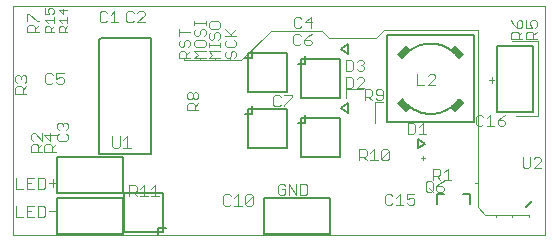
<source format=gto>
G75*
%MOIN*%
%OFA0B0*%
%FSLAX25Y25*%
%IPPOS*%
%LPD*%
%AMOC8*
5,1,8,0,0,1.08239X$1,22.5*
%
%ADD10C,0.00000*%
%ADD11C,0.00394*%
%ADD12C,0.00300*%
%ADD13C,0.00500*%
%ADD14C,0.00600*%
%ADD15C,0.00800*%
%ADD16R,0.04331X0.02264*%
D10*
X0002291Y0002097D02*
X0002291Y0078534D01*
X0179516Y0078534D01*
X0179516Y0002097D01*
X0002291Y0002097D01*
D11*
X0113315Y0047688D02*
X0113315Y0050759D01*
X0118984Y0050759D01*
X0122764Y0046507D02*
X0122764Y0039420D01*
X0122764Y0046507D02*
X0125362Y0046507D01*
X0157252Y0062806D02*
X0157252Y0070365D01*
X0125835Y0070365D01*
X0123236Y0067767D01*
X0107646Y0067767D01*
X0105283Y0070129D01*
X0088039Y0070129D01*
X0078354Y0060444D01*
X0074575Y0060444D01*
X0074575Y0061152D01*
X0074575Y0060444D02*
X0069378Y0060444D01*
X0069378Y0061152D01*
X0069378Y0060444D02*
X0064417Y0060444D01*
X0064417Y0061152D01*
X0064417Y0060444D02*
X0059220Y0060444D01*
X0059220Y0061152D01*
X0138118Y0027845D02*
X0139535Y0027845D01*
X0138827Y0028554D02*
X0138827Y0027137D01*
X0157252Y0025011D02*
X0157252Y0021704D01*
X0157252Y0019578D01*
X0156307Y0019578D01*
X0157252Y0019578D02*
X0157252Y0011310D01*
X0159614Y0008948D01*
X0163157Y0008948D01*
X0163157Y0008239D01*
X0163157Y0008948D02*
X0168591Y0008948D01*
X0168591Y0008475D01*
X0168591Y0008239D01*
X0168591Y0008948D02*
X0174260Y0008948D01*
X0174260Y0008239D01*
X0157252Y0025011D02*
X0157252Y0062806D01*
X0168591Y0066822D02*
X0177331Y0066822D01*
X0177331Y0041782D01*
X0169772Y0041782D01*
X0161740Y0052885D02*
X0161740Y0054774D01*
X0160795Y0053830D02*
X0162685Y0053830D01*
D12*
X0142979Y0054614D02*
X0142979Y0055231D01*
X0142362Y0055848D01*
X0141127Y0055848D01*
X0140510Y0055231D01*
X0142979Y0054614D02*
X0140510Y0052145D01*
X0142979Y0052145D01*
X0139296Y0052145D02*
X0136827Y0052145D01*
X0136827Y0055848D01*
X0125542Y0050117D02*
X0124925Y0050734D01*
X0123690Y0050734D01*
X0123073Y0050117D01*
X0123073Y0049499D01*
X0123690Y0048882D01*
X0125542Y0048882D01*
X0125542Y0047648D02*
X0125542Y0050117D01*
X0121859Y0050117D02*
X0121859Y0048882D01*
X0121242Y0048265D01*
X0119390Y0048265D01*
X0119390Y0047031D02*
X0119390Y0050734D01*
X0121242Y0050734D01*
X0121859Y0050117D01*
X0120625Y0048265D02*
X0121859Y0047031D01*
X0123073Y0047648D02*
X0123690Y0047031D01*
X0124925Y0047031D01*
X0125542Y0047648D01*
X0119263Y0051106D02*
X0116794Y0051106D01*
X0119263Y0053574D01*
X0119263Y0054191D01*
X0118645Y0054809D01*
X0117411Y0054809D01*
X0116794Y0054191D01*
X0115579Y0054191D02*
X0114962Y0054809D01*
X0113111Y0054809D01*
X0113111Y0051106D01*
X0114962Y0051106D01*
X0115579Y0051723D01*
X0115579Y0054191D01*
X0114962Y0056854D02*
X0113111Y0056854D01*
X0113111Y0060557D01*
X0114962Y0060557D01*
X0115579Y0059940D01*
X0115579Y0057471D01*
X0114962Y0056854D01*
X0116794Y0057471D02*
X0117411Y0056854D01*
X0118645Y0056854D01*
X0119263Y0057471D01*
X0119263Y0058088D01*
X0118645Y0058705D01*
X0118028Y0058705D01*
X0118645Y0058705D02*
X0119263Y0059322D01*
X0119263Y0059940D01*
X0118645Y0060557D01*
X0117411Y0060557D01*
X0116794Y0059940D01*
X0101818Y0066010D02*
X0101818Y0066627D01*
X0101200Y0067244D01*
X0099349Y0067244D01*
X0099349Y0066010D01*
X0099966Y0065393D01*
X0101200Y0065393D01*
X0101818Y0066010D01*
X0100583Y0068479D02*
X0099349Y0067244D01*
X0098134Y0068479D02*
X0097517Y0069096D01*
X0096283Y0069096D01*
X0095666Y0068479D01*
X0095666Y0066010D01*
X0096283Y0065393D01*
X0097517Y0065393D01*
X0098134Y0066010D01*
X0100583Y0068479D02*
X0101818Y0069096D01*
X0101377Y0071161D02*
X0101377Y0074864D01*
X0099526Y0073012D01*
X0101995Y0073012D01*
X0098312Y0071778D02*
X0097694Y0071161D01*
X0096460Y0071161D01*
X0095843Y0071778D01*
X0095843Y0074247D01*
X0096460Y0074864D01*
X0097694Y0074864D01*
X0098312Y0074247D01*
X0076551Y0070901D02*
X0074699Y0069050D01*
X0075316Y0068432D02*
X0072848Y0070901D01*
X0071118Y0071505D02*
X0071118Y0072739D01*
X0070501Y0073357D01*
X0068032Y0073357D01*
X0067415Y0072739D01*
X0067415Y0071505D01*
X0068032Y0070888D01*
X0070501Y0070888D01*
X0071118Y0071505D01*
X0070501Y0069673D02*
X0071118Y0069056D01*
X0071118Y0067822D01*
X0070501Y0067205D01*
X0069266Y0067822D02*
X0069266Y0069056D01*
X0069883Y0069673D01*
X0070501Y0069673D01*
X0068032Y0069673D02*
X0067415Y0069056D01*
X0067415Y0067822D01*
X0068032Y0067205D01*
X0068649Y0067205D01*
X0069266Y0067822D01*
X0067415Y0065984D02*
X0067415Y0064749D01*
X0067415Y0065366D02*
X0071118Y0065366D01*
X0071118Y0064749D02*
X0071118Y0065984D01*
X0072848Y0066601D02*
X0072848Y0065366D01*
X0073465Y0064749D01*
X0075934Y0064749D01*
X0076551Y0065366D01*
X0076551Y0066601D01*
X0075934Y0067218D01*
X0076551Y0068432D02*
X0072848Y0068432D01*
X0073465Y0067218D02*
X0072848Y0066601D01*
X0073465Y0063535D02*
X0072848Y0062918D01*
X0072848Y0061683D01*
X0073465Y0061066D01*
X0074082Y0061066D01*
X0074699Y0061683D01*
X0074699Y0062918D01*
X0075316Y0063535D01*
X0075934Y0063535D01*
X0076551Y0062918D01*
X0076551Y0061683D01*
X0075934Y0061066D01*
X0071118Y0061066D02*
X0067415Y0061066D01*
X0068649Y0062301D01*
X0067415Y0063535D01*
X0071118Y0063535D01*
X0066393Y0063535D02*
X0062690Y0063535D01*
X0063925Y0062301D01*
X0062690Y0061066D01*
X0066393Y0061066D01*
X0061196Y0061066D02*
X0057493Y0061066D01*
X0057493Y0062918D01*
X0058110Y0063535D01*
X0059345Y0063535D01*
X0059962Y0062918D01*
X0059962Y0061066D01*
X0059962Y0062301D02*
X0061196Y0063535D01*
X0060579Y0064749D02*
X0061196Y0065366D01*
X0061196Y0066601D01*
X0060579Y0067218D01*
X0059962Y0067218D01*
X0059345Y0066601D01*
X0059345Y0065366D01*
X0058728Y0064749D01*
X0058110Y0064749D01*
X0057493Y0065366D01*
X0057493Y0066601D01*
X0058110Y0067218D01*
X0057493Y0068432D02*
X0057493Y0070901D01*
X0057493Y0069667D02*
X0061196Y0069667D01*
X0062690Y0070284D02*
X0062690Y0069050D01*
X0063307Y0068432D01*
X0063925Y0068432D01*
X0064542Y0069050D01*
X0064542Y0070284D01*
X0065159Y0070901D01*
X0065776Y0070901D01*
X0066393Y0070284D01*
X0066393Y0069050D01*
X0065776Y0068432D01*
X0065776Y0067218D02*
X0063307Y0067218D01*
X0062690Y0066601D01*
X0062690Y0065366D01*
X0063307Y0064749D01*
X0065776Y0064749D01*
X0066393Y0065366D01*
X0066393Y0066601D01*
X0065776Y0067218D01*
X0062690Y0070284D02*
X0063307Y0070901D01*
X0062690Y0072116D02*
X0062690Y0073350D01*
X0062690Y0072733D02*
X0066393Y0072733D01*
X0066393Y0072116D02*
X0066393Y0073350D01*
X0046074Y0072995D02*
X0043605Y0072995D01*
X0046074Y0075464D01*
X0046074Y0076081D01*
X0045456Y0076698D01*
X0044222Y0076698D01*
X0043605Y0076081D01*
X0042390Y0076081D02*
X0041773Y0076698D01*
X0040539Y0076698D01*
X0039922Y0076081D01*
X0039922Y0073612D01*
X0040539Y0072995D01*
X0041773Y0072995D01*
X0042390Y0073612D01*
X0037215Y0072995D02*
X0034747Y0072995D01*
X0035981Y0072995D02*
X0035981Y0076698D01*
X0034747Y0075464D01*
X0033532Y0076081D02*
X0032915Y0076698D01*
X0031681Y0076698D01*
X0031063Y0076081D01*
X0031063Y0073612D01*
X0031681Y0072995D01*
X0032915Y0072995D01*
X0033532Y0073612D01*
X0020330Y0073720D02*
X0017428Y0073720D01*
X0018395Y0072753D01*
X0017912Y0071741D02*
X0018879Y0071741D01*
X0019363Y0071258D01*
X0019363Y0069806D01*
X0020330Y0069806D02*
X0017428Y0069806D01*
X0017428Y0071258D01*
X0017912Y0071741D01*
X0019363Y0070774D02*
X0020330Y0071741D01*
X0020330Y0072753D02*
X0020330Y0074688D01*
X0018879Y0075699D02*
X0018879Y0077634D01*
X0017428Y0077151D02*
X0018879Y0075699D01*
X0020330Y0077151D02*
X0017428Y0077151D01*
X0015704Y0077190D02*
X0015704Y0076222D01*
X0015221Y0075739D01*
X0014253Y0075739D02*
X0013769Y0076706D01*
X0013769Y0077190D01*
X0014253Y0077674D01*
X0015221Y0077674D01*
X0015704Y0077190D01*
X0012802Y0077674D02*
X0012802Y0075739D01*
X0014253Y0075739D01*
X0015704Y0074727D02*
X0015704Y0072792D01*
X0015704Y0071781D02*
X0014737Y0070813D01*
X0014737Y0071297D02*
X0014253Y0071781D01*
X0013286Y0071781D01*
X0012802Y0071297D01*
X0012802Y0069846D01*
X0015704Y0069846D01*
X0014737Y0069846D02*
X0014737Y0071297D01*
X0013769Y0072792D02*
X0012802Y0073760D01*
X0015704Y0073760D01*
X0010704Y0073411D02*
X0010087Y0073411D01*
X0007618Y0075879D01*
X0007001Y0075879D01*
X0007001Y0073411D01*
X0007618Y0072196D02*
X0008853Y0072196D01*
X0009470Y0071579D01*
X0009470Y0069728D01*
X0009470Y0070962D02*
X0010704Y0072196D01*
X0007618Y0072196D02*
X0007001Y0071579D01*
X0007001Y0069728D01*
X0010704Y0069728D01*
X0013586Y0056143D02*
X0012969Y0055526D01*
X0012969Y0053057D01*
X0013586Y0052440D01*
X0014820Y0052440D01*
X0015438Y0053057D01*
X0016652Y0053057D02*
X0017269Y0052440D01*
X0018503Y0052440D01*
X0019121Y0053057D01*
X0019121Y0054292D01*
X0018503Y0054909D01*
X0017886Y0054909D01*
X0016652Y0054292D01*
X0016652Y0056143D01*
X0019121Y0056143D01*
X0015438Y0055526D02*
X0014820Y0056143D01*
X0013586Y0056143D01*
X0006689Y0054731D02*
X0006689Y0053496D01*
X0006071Y0052879D01*
X0004837Y0054114D02*
X0004837Y0054731D01*
X0005454Y0055348D01*
X0006071Y0055348D01*
X0006689Y0054731D01*
X0004837Y0054731D02*
X0004220Y0055348D01*
X0003603Y0055348D01*
X0002985Y0054731D01*
X0002985Y0053496D01*
X0003603Y0052879D01*
X0003603Y0051665D02*
X0004837Y0051665D01*
X0005454Y0051048D01*
X0005454Y0049196D01*
X0006689Y0049196D02*
X0002985Y0049196D01*
X0002985Y0051048D01*
X0003603Y0051665D01*
X0005454Y0050430D02*
X0006689Y0051665D01*
X0017500Y0039639D02*
X0018117Y0039639D01*
X0018735Y0039022D01*
X0019352Y0039639D01*
X0019969Y0039639D01*
X0020586Y0039022D01*
X0020586Y0037788D01*
X0019969Y0037171D01*
X0019969Y0035956D02*
X0020586Y0035339D01*
X0020586Y0034105D01*
X0019969Y0033487D01*
X0017500Y0033487D01*
X0016883Y0034105D01*
X0016883Y0035339D01*
X0017500Y0035956D01*
X0017500Y0037171D02*
X0016883Y0037788D01*
X0016883Y0039022D01*
X0017500Y0039639D01*
X0018735Y0039022D02*
X0018735Y0038405D01*
X0014542Y0036037D02*
X0014542Y0033568D01*
X0012690Y0035420D01*
X0016393Y0035420D01*
X0011885Y0035998D02*
X0011885Y0033529D01*
X0009417Y0035998D01*
X0008799Y0035998D01*
X0008182Y0035380D01*
X0008182Y0034146D01*
X0008799Y0033529D01*
X0008799Y0032314D02*
X0010034Y0032314D01*
X0010651Y0031697D01*
X0010651Y0029846D01*
X0011885Y0029846D02*
X0008182Y0029846D01*
X0008182Y0031697D01*
X0008799Y0032314D01*
X0010651Y0031080D02*
X0011885Y0032314D01*
X0012690Y0031737D02*
X0013307Y0032354D01*
X0014542Y0032354D01*
X0015159Y0031737D01*
X0015159Y0029885D01*
X0016393Y0029885D02*
X0012690Y0029885D01*
X0012690Y0031737D01*
X0015159Y0031119D02*
X0016393Y0032354D01*
X0035276Y0031920D02*
X0035893Y0031302D01*
X0037128Y0031302D01*
X0037745Y0031920D01*
X0037745Y0035006D01*
X0035276Y0035006D02*
X0035276Y0031920D01*
X0038959Y0031302D02*
X0041428Y0031302D01*
X0040194Y0031302D02*
X0040194Y0035006D01*
X0038959Y0033771D01*
X0060249Y0043645D02*
X0060249Y0045496D01*
X0060866Y0046114D01*
X0062101Y0046114D01*
X0062718Y0045496D01*
X0062718Y0043645D01*
X0063952Y0043645D02*
X0060249Y0043645D01*
X0062718Y0044879D02*
X0063952Y0046114D01*
X0063335Y0047328D02*
X0062718Y0047328D01*
X0062101Y0047945D01*
X0062101Y0049180D01*
X0062718Y0049797D01*
X0063335Y0049797D01*
X0063952Y0049180D01*
X0063952Y0047945D01*
X0063335Y0047328D01*
X0062101Y0047945D02*
X0061484Y0047328D01*
X0060866Y0047328D01*
X0060249Y0047945D01*
X0060249Y0049180D01*
X0060866Y0049797D01*
X0061484Y0049797D01*
X0062101Y0049180D01*
X0088937Y0048069D02*
X0088937Y0045601D01*
X0089555Y0044983D01*
X0090789Y0044983D01*
X0091406Y0045601D01*
X0092621Y0045601D02*
X0092621Y0044983D01*
X0092621Y0045601D02*
X0095089Y0048069D01*
X0095089Y0048687D01*
X0092621Y0048687D01*
X0091406Y0048069D02*
X0090789Y0048687D01*
X0089555Y0048687D01*
X0088937Y0048069D01*
X0117658Y0030714D02*
X0119509Y0030714D01*
X0120127Y0030097D01*
X0120127Y0028863D01*
X0119509Y0028245D01*
X0117658Y0028245D01*
X0117658Y0027011D02*
X0117658Y0030714D01*
X0121341Y0029480D02*
X0122575Y0030714D01*
X0122575Y0027011D01*
X0121341Y0027011D02*
X0123810Y0027011D01*
X0125024Y0027628D02*
X0127493Y0030097D01*
X0127493Y0027628D01*
X0126876Y0027011D01*
X0125641Y0027011D01*
X0125024Y0027628D01*
X0125024Y0030097D01*
X0125641Y0030714D01*
X0126876Y0030714D01*
X0127493Y0030097D01*
X0120127Y0027011D02*
X0118892Y0028245D01*
X0133780Y0035791D02*
X0135631Y0035791D01*
X0136249Y0036408D01*
X0136249Y0038877D01*
X0135631Y0039494D01*
X0133780Y0039494D01*
X0133780Y0035791D01*
X0137463Y0035791D02*
X0139932Y0035791D01*
X0138697Y0035791D02*
X0138697Y0039494D01*
X0137463Y0038259D01*
X0156437Y0039144D02*
X0157055Y0038527D01*
X0158289Y0038527D01*
X0158906Y0039144D01*
X0160121Y0038527D02*
X0162589Y0038527D01*
X0161355Y0038527D02*
X0161355Y0042230D01*
X0160121Y0040996D01*
X0158906Y0041613D02*
X0158289Y0042230D01*
X0157055Y0042230D01*
X0156437Y0041613D01*
X0156437Y0039144D01*
X0163804Y0039144D02*
X0164421Y0038527D01*
X0165655Y0038527D01*
X0166272Y0039144D01*
X0166272Y0039761D01*
X0165655Y0040378D01*
X0163804Y0040378D01*
X0163804Y0039144D01*
X0163804Y0040378D02*
X0165038Y0041613D01*
X0166272Y0042230D01*
X0172048Y0028155D02*
X0172048Y0025069D01*
X0172665Y0024452D01*
X0173899Y0024452D01*
X0174516Y0025069D01*
X0174516Y0028155D01*
X0175731Y0027538D02*
X0176348Y0028155D01*
X0177582Y0028155D01*
X0178200Y0027538D01*
X0178200Y0026921D01*
X0175731Y0024452D01*
X0178200Y0024452D01*
X0148353Y0020570D02*
X0145884Y0020570D01*
X0145755Y0020171D02*
X0144542Y0019564D01*
X0143328Y0018351D01*
X0145148Y0018351D01*
X0145755Y0017744D01*
X0145755Y0017137D01*
X0145148Y0016531D01*
X0143935Y0016531D01*
X0143328Y0017137D01*
X0143328Y0018351D01*
X0142130Y0019564D02*
X0142130Y0017137D01*
X0141523Y0016531D01*
X0140310Y0016531D01*
X0139703Y0017137D01*
X0139703Y0019564D01*
X0140310Y0020171D01*
X0141523Y0020171D01*
X0142130Y0019564D01*
X0142201Y0020570D02*
X0142201Y0024273D01*
X0144053Y0024273D01*
X0144670Y0023656D01*
X0144670Y0022422D01*
X0144053Y0021804D01*
X0142201Y0021804D01*
X0143435Y0021804D02*
X0144670Y0020570D01*
X0147119Y0020570D02*
X0147119Y0024273D01*
X0145884Y0023039D01*
X0140917Y0017744D02*
X0142130Y0016531D01*
X0136017Y0015852D02*
X0133548Y0015852D01*
X0133548Y0014000D01*
X0134782Y0014618D01*
X0135399Y0014618D01*
X0136017Y0014000D01*
X0136017Y0012766D01*
X0135399Y0012149D01*
X0134165Y0012149D01*
X0133548Y0012766D01*
X0132333Y0012149D02*
X0129865Y0012149D01*
X0131099Y0012149D02*
X0131099Y0015852D01*
X0129865Y0014618D01*
X0128650Y0015235D02*
X0128033Y0015852D01*
X0126799Y0015852D01*
X0126181Y0015235D01*
X0126181Y0012766D01*
X0126799Y0012149D01*
X0128033Y0012149D01*
X0128650Y0012766D01*
X0100347Y0016073D02*
X0100347Y0018542D01*
X0099730Y0019159D01*
X0097878Y0019159D01*
X0097878Y0015456D01*
X0099730Y0015456D01*
X0100347Y0016073D01*
X0096664Y0015456D02*
X0096664Y0019159D01*
X0094195Y0019159D02*
X0096664Y0015456D01*
X0094195Y0015456D02*
X0094195Y0019159D01*
X0092981Y0018542D02*
X0092364Y0019159D01*
X0091129Y0019159D01*
X0090512Y0018542D01*
X0090512Y0016073D01*
X0091129Y0015456D01*
X0092364Y0015456D01*
X0092981Y0016073D01*
X0092981Y0017307D01*
X0091747Y0017307D01*
X0082158Y0015038D02*
X0079690Y0012569D01*
X0080307Y0011952D01*
X0081541Y0011952D01*
X0082158Y0012569D01*
X0082158Y0015038D01*
X0081541Y0015655D01*
X0080307Y0015655D01*
X0079690Y0015038D01*
X0079690Y0012569D01*
X0078475Y0011952D02*
X0076006Y0011952D01*
X0077241Y0011952D02*
X0077241Y0015655D01*
X0076006Y0014421D01*
X0074792Y0015038D02*
X0074175Y0015655D01*
X0072940Y0015655D01*
X0072323Y0015038D01*
X0072323Y0012569D01*
X0072940Y0011952D01*
X0074175Y0011952D01*
X0074792Y0012569D01*
X0050755Y0015098D02*
X0048286Y0015098D01*
X0047071Y0015098D02*
X0044603Y0015098D01*
X0043388Y0015098D02*
X0042154Y0016332D01*
X0042771Y0016332D02*
X0040919Y0016332D01*
X0042771Y0016332D02*
X0043388Y0016949D01*
X0043388Y0018184D01*
X0042771Y0018801D01*
X0040919Y0018801D01*
X0040919Y0015098D01*
X0044603Y0017566D02*
X0045837Y0018801D01*
X0045837Y0015098D01*
X0049520Y0015098D02*
X0049520Y0018801D01*
X0048286Y0017566D01*
X0016668Y0019453D02*
X0014199Y0019453D01*
X0012985Y0018219D02*
X0012985Y0020688D01*
X0012368Y0021305D01*
X0010516Y0021305D01*
X0010516Y0017602D01*
X0012368Y0017602D01*
X0012985Y0018219D01*
X0015434Y0018219D02*
X0015434Y0020688D01*
X0009302Y0021305D02*
X0006833Y0021305D01*
X0006833Y0017602D01*
X0009302Y0017602D01*
X0005619Y0017602D02*
X0003150Y0017602D01*
X0003150Y0021305D01*
X0006833Y0019453D02*
X0008068Y0019453D01*
X0009302Y0011856D02*
X0006833Y0011856D01*
X0006833Y0008153D01*
X0009302Y0008153D01*
X0010516Y0008153D02*
X0012368Y0008153D01*
X0012985Y0008770D01*
X0012985Y0011239D01*
X0012368Y0011856D01*
X0010516Y0011856D01*
X0010516Y0008153D01*
X0008068Y0010004D02*
X0006833Y0010004D01*
X0005619Y0008153D02*
X0003150Y0008153D01*
X0003150Y0011856D01*
X0014199Y0010004D02*
X0016668Y0010004D01*
X0168281Y0067503D02*
X0168281Y0069355D01*
X0168898Y0069972D01*
X0170132Y0069972D01*
X0170749Y0069355D01*
X0170749Y0067503D01*
X0170749Y0068738D02*
X0171984Y0069972D01*
X0171367Y0071186D02*
X0170132Y0071186D01*
X0170132Y0073038D01*
X0170749Y0073655D01*
X0171367Y0073655D01*
X0171984Y0073038D01*
X0171984Y0071803D01*
X0171367Y0071186D01*
X0170132Y0071186D02*
X0168898Y0072421D01*
X0168281Y0073655D01*
X0173202Y0073655D02*
X0173202Y0071186D01*
X0175054Y0071186D01*
X0174436Y0072421D01*
X0174436Y0073038D01*
X0175054Y0073655D01*
X0176288Y0073655D01*
X0176905Y0073038D01*
X0176905Y0071803D01*
X0176288Y0071186D01*
X0176905Y0069972D02*
X0175671Y0068738D01*
X0175671Y0069355D02*
X0175671Y0067503D01*
X0176905Y0067503D02*
X0173202Y0067503D01*
X0173202Y0069355D01*
X0173819Y0069972D01*
X0175054Y0069972D01*
X0175671Y0069355D01*
X0171984Y0067503D02*
X0168281Y0067503D01*
D13*
X0111150Y0060759D02*
X0111150Y0047767D01*
X0098157Y0047767D01*
X0098157Y0060759D01*
X0111150Y0060759D01*
X0099654Y0061763D02*
X0099654Y0059263D01*
X0097154Y0059263D01*
X0099654Y0059263D01*
X0093433Y0062727D02*
X0080441Y0062727D01*
X0080441Y0049735D01*
X0093433Y0049735D01*
X0093433Y0062727D01*
X0081937Y0063731D02*
X0081937Y0061231D01*
X0079437Y0061231D01*
X0081937Y0061231D01*
X0048039Y0067865D02*
X0048039Y0029282D01*
X0030717Y0029282D01*
X0030717Y0067078D01*
X0031504Y0067865D01*
X0048039Y0067865D01*
X0081937Y0045030D02*
X0081937Y0042530D01*
X0079437Y0042530D01*
X0081937Y0042530D01*
X0080441Y0044026D02*
X0080441Y0031034D01*
X0093433Y0031034D01*
X0093433Y0044026D01*
X0080441Y0044026D01*
X0097154Y0039578D02*
X0099654Y0039578D01*
X0099654Y0042078D01*
X0098157Y0041074D02*
X0098157Y0028081D01*
X0111150Y0028081D01*
X0111150Y0041074D01*
X0098157Y0041074D01*
X0097154Y0039578D02*
X0099654Y0039578D01*
X0052094Y0015975D02*
X0052094Y0002983D01*
X0039102Y0002983D01*
X0039102Y0015975D01*
X0052094Y0015975D01*
X0053098Y0004479D02*
X0050598Y0004479D01*
X0050598Y0001979D01*
X0050598Y0004479D02*
X0053098Y0004479D01*
D14*
X0038882Y0002495D02*
X0016882Y0002495D01*
X0016882Y0014495D01*
X0038882Y0014495D01*
X0038882Y0002495D01*
X0038882Y0016274D02*
X0016882Y0016274D01*
X0016882Y0028274D01*
X0038882Y0028274D01*
X0038882Y0016274D01*
X0085780Y0014495D02*
X0085780Y0002495D01*
X0107780Y0002495D01*
X0107780Y0014495D01*
X0085780Y0014495D01*
X0137232Y0031034D02*
X0137232Y0034184D01*
X0139594Y0032609D01*
X0137232Y0031034D01*
X0113906Y0042845D02*
X0111543Y0044420D01*
X0113906Y0045995D01*
X0113906Y0042845D01*
X0113906Y0062530D02*
X0111543Y0064105D01*
X0113906Y0065680D01*
X0113906Y0062530D01*
X0163614Y0065263D02*
X0163614Y0043263D01*
X0175614Y0043263D01*
X0175614Y0065263D01*
X0163614Y0065263D01*
D15*
X0155933Y0068830D02*
X0155933Y0039696D01*
X0126799Y0039696D01*
X0126799Y0068830D01*
X0155933Y0068830D01*
X0141366Y0065976D02*
X0141084Y0065972D01*
X0140802Y0065961D01*
X0140520Y0065944D01*
X0140239Y0065919D01*
X0139958Y0065888D01*
X0139678Y0065850D01*
X0139400Y0065806D01*
X0139122Y0065755D01*
X0138846Y0065697D01*
X0138571Y0065632D01*
X0138298Y0065561D01*
X0138026Y0065483D01*
X0137757Y0065399D01*
X0137490Y0065308D01*
X0137225Y0065211D01*
X0136962Y0065107D01*
X0136702Y0064997D01*
X0136445Y0064881D01*
X0136190Y0064759D01*
X0135939Y0064631D01*
X0135690Y0064496D01*
X0135445Y0064356D01*
X0135204Y0064210D01*
X0134966Y0064058D01*
X0134732Y0063900D01*
X0134502Y0063737D01*
X0134275Y0063568D01*
X0134053Y0063394D01*
X0133835Y0063215D01*
X0133622Y0063030D01*
X0133413Y0062840D01*
X0133208Y0062646D01*
X0133009Y0062446D01*
X0132814Y0062242D01*
X0132624Y0062033D01*
X0132439Y0061819D01*
X0132260Y0061601D01*
X0132086Y0061379D01*
X0131917Y0061153D01*
X0141366Y0065976D02*
X0141648Y0065972D01*
X0141930Y0065961D01*
X0142212Y0065944D01*
X0142493Y0065919D01*
X0142774Y0065888D01*
X0143054Y0065850D01*
X0143332Y0065806D01*
X0143610Y0065755D01*
X0143886Y0065697D01*
X0144161Y0065632D01*
X0144434Y0065561D01*
X0144706Y0065483D01*
X0144975Y0065399D01*
X0145242Y0065308D01*
X0145507Y0065211D01*
X0145770Y0065107D01*
X0146030Y0064997D01*
X0146287Y0064881D01*
X0146542Y0064759D01*
X0146793Y0064631D01*
X0147042Y0064496D01*
X0147287Y0064356D01*
X0147528Y0064210D01*
X0147766Y0064058D01*
X0148000Y0063900D01*
X0148230Y0063737D01*
X0148457Y0063568D01*
X0148679Y0063394D01*
X0148897Y0063215D01*
X0149110Y0063030D01*
X0149319Y0062840D01*
X0149524Y0062646D01*
X0149723Y0062446D01*
X0149918Y0062242D01*
X0150108Y0062033D01*
X0150293Y0061819D01*
X0150472Y0061601D01*
X0150646Y0061379D01*
X0150815Y0061153D01*
X0141366Y0042550D02*
X0141084Y0042554D01*
X0140802Y0042565D01*
X0140520Y0042582D01*
X0140239Y0042607D01*
X0139958Y0042638D01*
X0139678Y0042676D01*
X0139400Y0042720D01*
X0139122Y0042771D01*
X0138846Y0042829D01*
X0138571Y0042894D01*
X0138298Y0042965D01*
X0138026Y0043043D01*
X0137757Y0043127D01*
X0137490Y0043218D01*
X0137225Y0043315D01*
X0136962Y0043419D01*
X0136702Y0043529D01*
X0136445Y0043645D01*
X0136190Y0043767D01*
X0135939Y0043895D01*
X0135690Y0044030D01*
X0135445Y0044170D01*
X0135204Y0044316D01*
X0134966Y0044468D01*
X0134732Y0044626D01*
X0134502Y0044789D01*
X0134275Y0044958D01*
X0134053Y0045132D01*
X0133835Y0045311D01*
X0133622Y0045496D01*
X0133413Y0045686D01*
X0133208Y0045880D01*
X0133009Y0046080D01*
X0132814Y0046284D01*
X0132624Y0046493D01*
X0132439Y0046707D01*
X0132260Y0046925D01*
X0132086Y0047147D01*
X0131917Y0047373D01*
X0141366Y0042550D02*
X0141648Y0042554D01*
X0141930Y0042565D01*
X0142212Y0042582D01*
X0142493Y0042607D01*
X0142774Y0042638D01*
X0143054Y0042676D01*
X0143332Y0042720D01*
X0143610Y0042771D01*
X0143886Y0042829D01*
X0144161Y0042894D01*
X0144434Y0042965D01*
X0144706Y0043043D01*
X0144975Y0043127D01*
X0145242Y0043218D01*
X0145507Y0043315D01*
X0145770Y0043419D01*
X0146030Y0043529D01*
X0146287Y0043645D01*
X0146542Y0043767D01*
X0146793Y0043895D01*
X0147042Y0044030D01*
X0147287Y0044170D01*
X0147528Y0044316D01*
X0147766Y0044468D01*
X0148000Y0044626D01*
X0148230Y0044789D01*
X0148457Y0044958D01*
X0148679Y0045132D01*
X0148897Y0045311D01*
X0149110Y0045496D01*
X0149319Y0045686D01*
X0149524Y0045880D01*
X0149723Y0046080D01*
X0149918Y0046284D01*
X0150108Y0046493D01*
X0150293Y0046707D01*
X0150472Y0046925D01*
X0150646Y0047147D01*
X0150815Y0047373D01*
X0152094Y0015680D02*
X0154457Y0015680D01*
X0154457Y0012530D01*
X0145795Y0015680D02*
X0143433Y0015680D01*
X0143433Y0012530D01*
X0173059Y0011448D02*
X0175028Y0013416D01*
D16*
G36*
X0147978Y0044590D02*
X0151039Y0047651D01*
X0152640Y0046050D01*
X0149579Y0042989D01*
X0147978Y0044590D01*
G37*
G36*
X0131693Y0047651D02*
X0134754Y0044590D01*
X0133153Y0042989D01*
X0130092Y0046050D01*
X0131693Y0047651D01*
G37*
G36*
X0134754Y0063936D02*
X0131693Y0060875D01*
X0130092Y0062476D01*
X0133153Y0065537D01*
X0134754Y0063936D01*
G37*
G36*
X0151039Y0060875D02*
X0147978Y0063936D01*
X0149579Y0065537D01*
X0152640Y0062476D01*
X0151039Y0060875D01*
G37*
M02*

</source>
